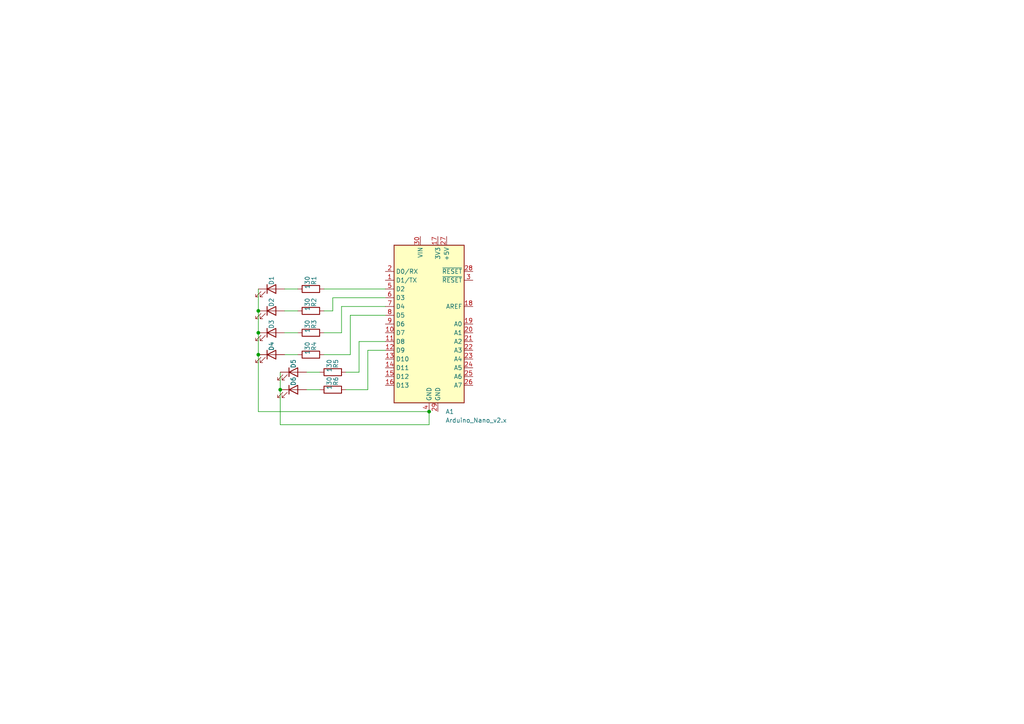
<source format=kicad_sch>
(kicad_sch (version 20231120) (generator "eeschema") (generator_version "8.0")
  (paper "A4")
  (lib_symbols
    (symbol "Device:LED" (pin_numbers hide) (pin_names (offset 1.016) hide)
      (property "Reference" "D" (at 0 2.54 0))
      (property "Value" "LED" (at 0 -2.54 0))
      (symbol "LED_0_1"
        (polyline (pts (xy -1.27 -1.27) (xy -1.27 1.27)) (stroke (width 0.254)))
        (polyline (pts (xy -1.27 0) (xy 1.27 0)))
        (polyline (pts (xy 1.27 -1.27) (xy 1.27 1.27) (xy -1.27 0) (xy 1.27 -1.27)) (stroke (width 0.254)))
        (polyline (pts (xy -3.048 -0.762) (xy -4.572 -2.286) (xy -3.81 -2.286) (xy -4.572 -2.286) (xy -4.572 -1.524)))
        (polyline (pts (xy -1.778 -0.762) (xy -3.302 -2.286) (xy -2.54 -2.286) (xy -3.302 -2.286) (xy -3.302 -1.524)))
      )
      (symbol "LED_1_1"
        (pin passive line (at -3.81 0 0) (length 2.54) (name "K") (number "1"))
        (pin passive line (at 3.81 0 180) (length 2.54) (name "A") (number "2"))
      )
    )
    (symbol "Device:R" (pin_numbers hide) (pin_names (offset 0))
      (property "Reference" "R" (at 2.032 0 90))
      (property "Value" "R" (at 0 0 90))
      (symbol "R_0_1"
        (rectangle (start -1.016 -2.54) (end 1.016 2.54) (stroke (width 0.254)))
      )
      (symbol "R_1_1"
        (pin passive line (at 0 3.81 270) (length 1.27) (name "~") (number "1"))
        (pin passive line (at 0 -3.81 90) (length 1.27) (name "~") (number "2"))
      )
    )
    (symbol "MCU_Module:Arduino_Nano_v2.x"
      (property "Reference" "A" (at -10.16 23.495 0))
      (property "Value" "Arduino_Nano_v2.x" (at 5.08 -24.13 0))
      (symbol "Arduino_Nano_v2.x_0_1"
        (rectangle (start -10.16 22.86) (end 10.16 -22.86) (stroke (width 0.254)) (fill (type background)))
      )
      (symbol "Arduino_Nano_v2.x_1_1"
        (pin bidirectional line (at -12.7 12.7 0) (length 2.54) (name "D1/TX") (number "1"))
        (pin bidirectional line (at -12.7 -2.54 0) (length 2.54) (name "D7") (number "10"))
        (pin bidirectional line (at -12.7 -5.08 0) (length 2.54) (name "D8") (number "11"))
        (pin bidirectional line (at -12.7 -7.62 0) (length 2.54) (name "D9") (number "12"))
        (pin bidirectional line (at -12.7 -10.16 0) (length 2.54) (name "D10") (number "13"))
        (pin bidirectional line (at -12.7 -12.7 0) (length 2.54) (name "D11") (number "14"))
        (pin bidirectional line (at -12.7 -15.24 0) (length 2.54) (name "D12") (number "15"))
        (pin bidirectional line (at -12.7 -17.78 0) (length 2.54) (name "D13") (number "16"))
        (pin power_out line (at 2.54 25.4 270) (length 2.54) (name "3V3") (number "17"))
        (pin input line (at 12.7 5.08 180) (length 2.54) (name "AREF") (number "18"))
        (pin bidirectional line (at 12.7 0 180) (length 2.54) (name "A0") (number "19"))
        (pin bidirectional line (at -12.7 15.24 0) (length 2.54) (name "D0/RX") (number "2"))
        (pin bidirectional line (at 12.7 -2.54 180) (length 2.54) (name "A1") (number "20"))
        (pin bidirectional line (at 12.7 -5.08 180) (length 2.54) (name "A2") (number "21"))
        (pin bidirectional line (at 12.7 -7.62 180) (length 2.54) (name "A3") (number "22"))
        (pin bidirectional line (at 12.7 -10.16 180) (length 2.54) (name "A4") (number "23"))
        (pin bidirectional line (at 12.7 -12.7 180) (length 2.54) (name "A5") (number "24"))
        (pin bidirectional line (at 12.7 -15.24 180) (length 2.54) (name "A6") (number "25"))
        (pin bidirectional line (at 12.7 -17.78 180) (length 2.54) (name "A7") (number "26"))
        (pin power_out line (at 5.08 25.4 270) (length 2.54) (name "+5V") (number "27"))
        (pin input line (at 12.7 15.24 180) (length 2.54) (name "~{RESET}") (number "28"))
        (pin power_in line (at 2.54 -25.4 90) (length 2.54) (name "GND") (number "29"))
        (pin input line (at 12.7 12.7 180) (length 2.54) (name "~{RESET}") (number "3"))
        (pin power_in line (at -2.54 25.4 270) (length 2.54) (name "VIN") (number "30"))
        (pin power_in line (at 0 -25.4 90) (length 2.54) (name "GND") (number "4"))
        (pin bidirectional line (at -12.7 10.16 0) (length 2.54) (name "D2") (number "5"))
        (pin bidirectional line (at -12.7 7.62 0) (length 2.54) (name "D3") (number "6"))
        (pin bidirectional line (at -12.7 5.08 0) (length 2.54) (name "D4") (number "7"))
        (pin bidirectional line (at -12.7 2.54 0) (length 2.54) (name "D5") (number "8"))
        (pin bidirectional line (at -12.7 0 0) (length 2.54) (name "D6") (number "9"))
      )
    )
  )
  (junction (at 81.28 113.03))
  (junction (at 74.93 102.87))
  (junction (at 74.93 96.52))
  (junction (at 124.46 119.38))
  (junction (at 74.93 90.17))
  (wire (pts (xy 74.93 90.17) (xy 74.93 96.52)))
  (wire (pts (xy 82.55 102.87) (xy 86.36 102.87)))
  (wire (pts (xy 106.68 101.6) (xy 106.68 113.03)))
  (wire (pts (xy 111.76 99.06) (xy 104.14 99.06)))
  (wire (pts (xy 81.28 107.95) (xy 81.28 113.03)))
  (wire (pts (xy 82.55 96.52) (xy 86.36 96.52)))
  (wire (pts (xy 88.9 113.03) (xy 92.71 113.03)))
  (wire (pts (xy 74.93 119.38) (xy 74.93 102.87)))
  (wire (pts (xy 93.98 102.87) (xy 101.6 102.87)))
  (wire (pts (xy 81.28 123.19) (xy 124.46 123.19)))
  (wire (pts (xy 99.06 96.52) (xy 93.98 96.52)))
  (wire (pts (xy 82.55 90.17) (xy 86.36 90.17)))
  (wire (pts (xy 124.46 123.19) (xy 124.46 119.38)))
  (wire (pts (xy 96.52 86.36) (xy 96.52 90.17)))
  (wire (pts (xy 88.9 107.95) (xy 92.71 107.95)))
  (wire (pts (xy 111.76 91.44) (xy 101.6 91.44)))
  (wire (pts (xy 96.52 90.17) (xy 93.98 90.17)))
  (wire (pts (xy 101.6 91.44) (xy 101.6 102.87)))
  (wire (pts (xy 104.14 107.95) (xy 100.33 107.95)))
  (wire (pts (xy 106.68 113.03) (xy 100.33 113.03)))
  (wire (pts (xy 99.06 88.9) (xy 111.76 88.9)))
  (wire (pts (xy 111.76 86.36) (xy 96.52 86.36)))
  (wire (pts (xy 99.06 88.9) (xy 99.06 96.52)))
  (wire (pts (xy 111.76 101.6) (xy 106.68 101.6)))
  (wire (pts (xy 104.14 99.06) (xy 104.14 107.95)))
  (wire (pts (xy 124.46 119.38) (xy 74.93 119.38)))
  (wire (pts (xy 93.98 83.82) (xy 111.76 83.82)))
  (wire (pts (xy 82.55 83.82) (xy 86.36 83.82)))
  (wire (pts (xy 74.93 83.82) (xy 74.93 90.17)))
  (wire (pts (xy 81.28 113.03) (xy 81.28 123.19)))
  (wire (pts (xy 74.93 96.52) (xy 74.93 102.87)))
  (symbol (lib_id "Device:R") (at 90.17 102.87 90) (unit 1)
    (property "Reference" "R4" (at 91.0591 99.06 0) (effects (justify right)))
    (property "Value" "130" (at 89.154 99.06 0) (effects (justify right)))
    (property "Footprint" "LED_SMD:LED_0201_0603Metric" (effects (hide yes)))
    (property "Description" "Resistor" (effects (hide yes)))
  )
  (symbol (lib_id "Device:R") (at 90.17 96.52 90) (unit 1)
    (property "Reference" "R3" (at 91.0591 92.71 0) (effects (justify right)))
    (property "Value" "130" (at 89.154 92.71 0) (effects (justify right)))
    (property "Footprint" "LED_SMD:LED_0201_0603Metric" (effects (hide yes)))
    (property "Description" "Resistor" (effects (hide yes)))
  )
  (symbol (lib_id "Device:LED") (at 85.09 107.95 0) (unit 1)
    (property "Reference" "D5" (at 85.09 104.14 90) (effects (justify right)))
    (property "Value" "LED" (effects (hide yes)))
    (property "Footprint" "LED_SMD:LED_0603_1608Metric" (effects (hide yes)))
    (property "Description" "Light emitting diode" (effects (hide yes)))
  )
  (symbol (lib_id "Device:LED") (at 78.74 102.87 0) (unit 1)
    (property "Reference" "D4" (at 78.74 99.06 90) (effects (justify right)))
    (property "Value" "LED" (effects (hide yes)))
    (property "Footprint" "LED_SMD:LED_0603_1608Metric" (effects (hide yes)))
    (property "Description" "Light emitting diode" (effects (hide yes)))
  )
  (symbol (lib_id "Device:R") (at 90.17 83.82 90) (unit 1)
    (property "Reference" "R1" (at 91.0591 80.01 0) (effects (justify right)))
    (property "Value" "130" (at 89.154 80.01 0) (effects (justify right)))
    (property "Footprint" "LED_SMD:LED_0201_0603Metric" (effects (hide yes)))
    (property "Description" "Resistor" (effects (hide yes)))
  )
  (symbol (lib_id "Device:LED") (at 85.09 113.03 0) (unit 1)
    (property "Reference" "D6" (at 85.09 109.22 90) (effects (justify right)))
    (property "Value" "LED" (effects (hide yes)))
    (property "Footprint" "LED_SMD:LED_0603_1608Metric" (effects (hide yes)))
    (property "Description" "Light emitting diode" (effects (hide yes)))
  )
  (symbol (lib_id "Device:R") (at 96.52 107.95 90) (unit 1)
    (property "Reference" "R5" (at 97.4091 104.14 0) (effects (justify right)))
    (property "Value" "130" (at 95.504 104.14 0) (effects (justify right)))
    (property "Footprint" "LED_SMD:LED_0201_0603Metric" (effects (hide yes)))
    (property "Description" "Resistor" (effects (hide yes)))
  )
  (symbol (lib_id "Device:LED") (at 78.74 83.82 0) (unit 1)
    (property "Reference" "D1" (at 78.74 80.01 90) (effects (justify right)))
    (property "Value" "LED" (effects (hide yes)))
    (property "Footprint" "LED_SMD:LED_0603_1608Metric" (effects (hide yes)))
    (property "Description" "Light emitting diode" (effects (hide yes)))
  )
  (symbol (lib_id "Device:LED") (at 78.74 90.17 0) (unit 1)
    (property "Reference" "D2" (at 78.74 86.36 90) (effects (justify right)))
    (property "Value" "LED" (effects (hide yes)))
    (property "Footprint" "LED_SMD:LED_0603_1608Metric" (effects (hide yes)))
    (property "Description" "Light emitting diode" (effects (hide yes)))
  )
  (symbol (lib_id "Device:R") (at 96.52 113.03 90) (unit 1)
    (property "Reference" "R6" (at 97.4091 109.22 0) (effects (justify right)))
    (property "Value" "130" (at 95.504 109.22 0) (effects (justify right)))
    (property "Footprint" "LED_SMD:LED_0201_0603Metric" (effects (hide yes)))
    (property "Description" "Resistor" (effects (hide yes)))
  )
  (symbol (lib_id "MCU_Module:Arduino_Nano_v2.x") (at 124.46 93.98 0) (unit 1)
    (property "Reference" "A1" (at 129.1941 119.38 0) (effects (justify left)))
    (property "Value" "Arduino_Nano_v2.x" (at 129.1941 121.92 0) (effects (justify left)))
    (property "Footprint" "Module:Arduino_Nano" (effects (hide yes)))
    (property "Datasheet" "https://www.arduino.cc/en/uploads/Main/ArduinoNanoManual23.pdf" (effects (hide yes)))
    (property "Description" "Arduino Nano v2.x" (effects (hide yes)))
  )
  (symbol (lib_id "Device:R") (at 90.17 90.17 90) (unit 1)
    (property "Reference" "R2" (at 91.0591 86.36 0) (effects (justify right)))
    (property "Value" "130" (at 89.154 86.36 0) (effects (justify right)))
    (property "Footprint" "LED_SMD:LED_0201_0603Metric" (effects (hide yes)))
    (property "Description" "Resistor" (effects (hide yes)))
  )
  (symbol (lib_id "Device:LED") (at 78.74 96.52 0) (unit 1)
    (property "Reference" "D3" (at 78.74 92.71 90) (effects (justify right)))
    (property "Value" "LED" (effects (hide yes)))
    (property "Footprint" "LED_SMD:LED_0603_1608Metric" (effects (hide yes)))
    (property "Description" "Light emitting diode" (effects (hide yes)))
  )
)
</source>
